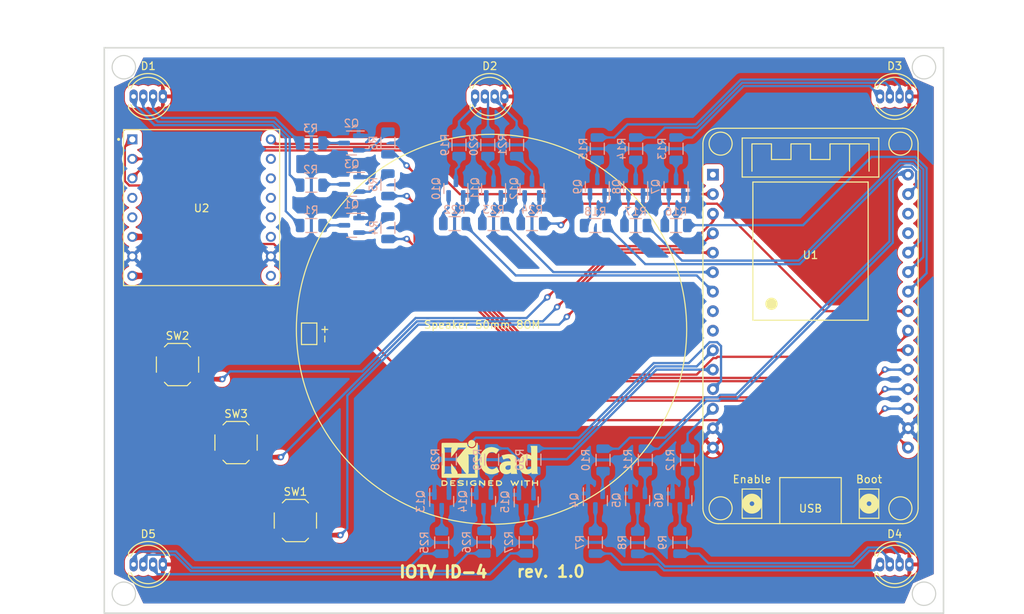
<source format=kicad_pcb>
(kicad_pcb (version 20221018) (generator pcbnew)
  (title_block (title "IOTV_id4") (date "2023-07-26") (rev "1") (company "Вербкин М.С."))
  (layers (0 "F.Cu" signal) (31 "B.Cu" signal) (34 "B.Paste" user) (35 "F.Paste" user) (36 "B.SilkS" user "B.Silkscreen") (37 "F.SilkS" user "F.Silkscreen") (38 "B.Mask" user) (39 "F.Mask" user) (44 "Edge.Cuts" user))
  (net 0 "")
  (net 1 "VCC_5")
  (net 2 "Net-(D1-RK)")
  (net 3 "Net-(D1-GK)")
  (net 4 "Net-(D1-BK)")
  (net 5 "Net-(D2-RK)")
  (net 6 "Net-(D2-GK)")
  (net 7 "Net-(D2-BK)")
  (net 8 "Net-(D3-RK)")
  (net 9 "Net-(D3-GK)")
  (net 10 "Net-(D3-BK)")
  (net 11 "Net-(D4-RK)")
  (net 12 "Net-(D4-GK)")
  (net 13 "Net-(D4-BK)")
  (net 14 "GND")
  (net 15 "Net-(Q1-B)")
  (net 16 "Net-(Q1-C)")
  (net 17 "Net-(Q2-B)")
  (net 18 "Net-(Q2-C)")
  (net 19 "Net-(Q3-B)")
  (net 20 "Net-(Q3-C)")
  (net 21 "Net-(Q4-B)")
  (net 22 "Net-(Q4-C)")
  (net 23 "Net-(Q5-B)")
  (net 24 "Net-(Q5-C)")
  (net 25 "Net-(Q6-B)")
  (net 26 "Net-(Q6-C)")
  (net 27 "Net-(Q7-B)")
  (net 28 "Net-(Q7-C)")
  (net 29 "Net-(Q8-B)")
  (net 30 "Net-(Q8-C)")
  (net 31 "Net-(Q9-B)")
  (net 32 "Net-(Q9-C)")
  (net 33 "Net-(Q10-B)")
  (net 34 "Net-(Q10-C)")
  (net 35 "Net-(Q11-B)")
  (net 36 "Net-(Q11-C)")
  (net 37 "Net-(Q12-B)")
  (net 38 "Net-(Q12-C)")
  (net 39 "Net-(Q13-B)")
  (net 40 "Net-(Q13-C)")
  (net 41 "Net-(Q14-B)")
  (net 42 "Net-(Q14-C)")
  (net 43 "Net-(Q15-B)")
  (net 44 "Net-(Q15-C)")
  (net 45 "GPIO_15")
  (net 46 "GPIO_2")
  (net 47 "GPIO_4")
  (net 48 "GPIO_33")
  (net 49 "GPIO_32")
  (net 50 "GPIO_5")
  (net 51 "GPIO_18")
  (net 52 "GPIO_19")
  (net 53 "GPIO_21")
  (net 54 "GPIO_22")
  (net 55 "GPIO_23")
  (net 56 "GPIO_13")
  (net 57 "GPIO_12")
  (net 58 "GPIO_14")
  (net 59 "GPIO_27")
  (net 60 "GPIO_35")
  (net 61 "GPIO_39")
  (net 62 "GPIO_34")
  (net 64 "GPIO_36")
  (net 67 "VCC_3.3")
  (net 68 "GPIO_16")
  (net 69 "GPIO_17")
  (net 74 "Net-(U2-SPK1)")
  (net 75 "Net-(U2-SPK2)")
  (net 82 "Net-(D5-RK)")
  (net 83 "Net-(D5-GK)")
  (net 84 "Net-(D5-BK)")
  (footprint "Button_Switch_SMD:SW_SPST_TL3342" (layer "F.Cu") (at 141.707 114.93)
    (fp_text reference "SW1")
    (fp_text value "SW_Push")
  )
  (footprint "LED_THT:LED_D5.0mm-4_RGB" (layer "F.Cu") (at 120.65 59.69)
    (fp_text reference "D1")
    (fp_text value "LED_RGBA")
  )
  (footprint "LED_THT:LED_D5.0mm-4_RGB" (layer "F.Cu") (at 120.65 120.65)
    (fp_text reference "D5")
    (fp_text value "LED_RGBA")
  )
  (footprint "LED_THT:LED_D5.0mm-4_RGB" (layer "F.Cu") (at 217.805 120.65)
    (fp_text reference "D4")
    (fp_text value "LED_RGBA")
  )
  (footprint "LED_THT:LED_D5.0mm-4_RGB" (layer "F.Cu") (at 217.805 59.69)
    (fp_text reference "D3")
    (fp_text value "LED_RGBA")
  )
  (footprint "Jumper:SolderJumper-2_P1.3mm_Open_Pad1.0x1.5mm" (layer "F.Cu") (at 143.5 90.6 -90)
    (fp_text reference "dynamic1" hide)
    (fp_text value "Speaker")
  )
  (footprint "Button_Switch_SMD:SW_SPST_TL3342" (layer "F.Cu") (at 126.365 94.615)
    (fp_text reference "SW2")
    (fp_text value "SW_Push")
  )
  (footprint "import:MODULE_DFR0299" (layer "F.Cu") (at 129.5 74.168)
    (fp_text reference "U2")
    (fp_text value "DFR0299")
  )
  (footprint "kicad:esp32_devkit_v1_doit" (layer "F.Cu") (at 208.75 69.8758)
    (fp_text reference "U1")
    (fp_text value "ESP32_DevKit_V1_DOIT")
  )
  (footprint "Symbol:KiCad-Logo2_5mm_SilkScreen" (layer "F.Cu") (at 167.005 107.4166)
    (fp_text reference "REF**" hide)
    (fp_text value "KiCad-Logo2_5mm_SilkScreen" hide)
  )
  (footprint "Button_Switch_SMD:SW_SPST_TL3342" (layer "F.Cu") (at 133.985 104.775)
    (fp_text reference "SW3")
    (fp_text value "SW_Push")
  )
  (footprint "LED_THT:LED_D5.0mm-4_RGB" (layer "F.Cu") (at 165.1 59.69)
    (fp_text reference "D2")
    (fp_text value "LED_RGBA")
  )
  (footprint "Package_TO_SOT_SMD:SOT-23" (layer "B.Cu") (at 180.75 112.335 -90)
    (fp_text reference "Q4")
    (fp_text value "S8050")
  )
  (footprint "Resistor_SMD:R_1206_3216Metric" (layer "B.Cu") (at 153.75 71.1995 90)
    (fp_text reference "R5")
    (fp_text value "100")
  )
  (footprint "Resistor_SMD:R_1206_3216Metric" (layer "B.Cu") (at 180.75 76.5 180)
    (fp_text reference "R18")
    (fp_text value "100")
  )
  (footprint "Resistor_SMD:R_1206_3216Metric" (layer "B.Cu") (at 170.5 66 -90)
    (fp_text reference "R21")
    (fp_text value "100")
  )
  (footprint "Package_TO_SOT_SMD:SOT-23" (layer "B.Cu") (at 191.25 71.4375 90)
    (fp_text reference "Q7")
    (fp_text value "S8050")
  )
  (footprint "Resistor_SMD:R_1206_3216Metric" (layer "B.Cu") (at 167.5 76.25 180)
    (fp_text reference "R23")
    (fp_text value "100")
  )
  (footprint "Resistor_SMD:R_1206_3216Metric" (layer "B.Cu") (at 171.75 117.75 90)
    (fp_text reference "R27")
    (fp_text value "100")
  )
  (footprint "Resistor_SMD:R_1206_3216Metric" (layer "B.Cu") (at 191.25 66.5 -90)
    (fp_text reference "R13")
    (fp_text value "150")
  )
  (footprint "Package_TO_SOT_SMD:SOT-23" (layer "B.Cu") (at 162.5972 71.6875 90)
    (fp_text reference "Q10")
    (fp_text value "S8050")
  )
  (footprint "Resistor_SMD:R_1206_3216Metric" (layer "B.Cu") (at 153.75 65.75 90)
    (fp_text reference "R6")
    (fp_text value "100")
  )
  (footprint "Resistor_SMD:R_1206_3216Metric" (layer "B.Cu") (at 166.25 117.75 90)
    (fp_text reference "R26")
    (fp_text value "330")
  )
  (footprint "Resistor_SMD:R_1206_3216Metric" (layer "B.Cu") (at 162.425 76.25 180)
    (fp_text reference "R22")
    (fp_text value "100")
  )
  (footprint "Package_TO_SOT_SMD:SOT-23" (layer "B.Cu") (at 181 71.4375 90)
    (fp_text reference "Q9")
    (fp_text value "S8050")
  )
  (footprint "Package_TO_SOT_SMD:SOT-23" (layer "B.Cu") (at 171.75 112.5 -90)
    (fp_text reference "Q15")
    (fp_text value "S8050")
  )
  (footprint "Resistor_SMD:R_1206_3216Metric" (layer "B.Cu") (at 143.7875 65.75)
    (fp_text reference "R3")
    (fp_text value "100")
  )
  (footprint "Resistor_SMD:R_1206_3216Metric" (layer "B.Cu") (at 186 66.5 -90)
    (fp_text reference "R14")
    (fp_text value "330")
  )
  (footprint "Resistor_SMD:R_1206_3216Metric" (layer "B.Cu") (at 186 76.5 180)
    (fp_text reference "R17")
    (fp_text value "100")
  )
  (footprint "Resistor_SMD:R_1206_3216Metric" (layer "B.Cu") (at 172.5 76.25 180)
    (fp_text reference "R24")
    (fp_text value "100")
  )
  (footprint "Package_TO_SOT_SMD:SOT-23" (layer "B.Cu") (at 149.038 71.138 180)
    (fp_text reference "Q3")
    (fp_text value "S8050")
  )
  (footprint "Package_TO_SOT_SMD:SOT-23" (layer "B.Cu") (at 186 71.4375 90)
    (fp_text reference "Q8")
    (fp_text value "S8050")
  )
  (footprint "Resistor_SMD:R_1206_3216Metric" (layer "B.Cu") (at 160.75 117.7875 90)
    (fp_text reference "R25")
    (fp_text value "150")
  )
  (footprint "Resistor_SMD:R_1206_3216Metric" (layer "B.Cu") (at 143.7875 76.5)
    (fp_text reference "R1")
    (fp_text value "150")
  )
  (footprint "Resistor_SMD:R_1206_3216Metric" (layer "B.Cu") (at 181 66.5 -90)
    (fp_text reference "R15")
    (fp_text value "100")
  )
  (footprint "Resistor_SMD:R_1206_3216Metric" (layer "B.Cu") (at 172.75 107 -90)
    (fp_text reference "R30")
    (fp_text value "100")
  )
  (footprint "Resistor_SMD:R_1206_3216Metric" (layer "B.Cu") (at 192.75 107.0375 -90)
    (fp_text reference "R12")
    (fp_text value "100")
  )
  (footprint "Resistor_SMD:R_1206_3216Metric" (layer "B.Cu") (at 143.7875 71.25)
    (fp_text reference "R2")
    (fp_text value "330")
  )
  (footprint "Resistor_SMD:R_1206_3216Metric" (layer "B.Cu") (at 181.75 107.0375 -90)
    (fp_text reference "R10")
    (fp_text value "100")
  )
  (footprint "Resistor_SMD:R_1206_3216Metric" (layer "B.Cu") (at 166.75 66 -90)
    (fp_text reference "R20")
    (fp_text value "330")
  )
  (footprint "Package_TO_SOT_SMD:SOT-23" (layer "B.Cu") (at 191.75 112.335 -90)
    (fp_text reference "Q6")
    (fp_text value "S8050")
  )
  (footprint "Resistor_SMD:R_1206_3216Metric" (layer "B.Cu") (at 191.25 76.5 180)
    (fp_text reference "R16")
    (fp_text value "100")
  )
  (footprint "Resistor_SMD:R_1206_3216Metric" (layer "B.Cu") (at 186.25 117.81 90)
    (fp_text reference "R8")
    (fp_text value "330")
  )
  (footprint "Resistor_SMD:R_1206_3216Metric" (layer "B.Cu") (at 153.75 76.7875 90)
    (fp_text reference "R4")
    (fp_text value "100")
  )
  (footprint "Resistor_SMD:R_1206_3216Metric" (layer "B.Cu") (at 161.75 106.9625 -90)
    (fp_text reference "R28")
    (fp_text value "100")
  )
  (footprint "Resistor_SMD:R_1206_3216Metric" (layer "B.Cu") (at 180.75 117.7725 90)
    (fp_text reference "R7")
    (fp_text value "150")
  )
  (footprint "Package_TO_SOT_SMD:SOT-23" (layer "B.Cu") (at 166.2 112.4375 -90)
    (fp_text reference "Q14")
    (fp_text value "S8050")
  )
  (footprint "Resistor_SMD:R_1206_3216Metric" (layer "B.Cu") (at 187.25 107.0375 -90)
    (fp_text reference "R11")
    (fp_text value "100")
  )
  (footprint "Package_TO_SOT_SMD:SOT-23" (layer "B.Cu") (at 167.5 71.6875 90)
    (fp_text reference "Q11")
    (fp_text value "S8050")
  )
  (footprint "Package_TO_SOT_SMD:SOT-23" (layer "B.Cu") (at 186.25 112.335 -90)
    (fp_text reference "Q5")
    (fp_text value "S8050")
  )
  (footprint "Resistor_SMD:R_1206_3216Metric" (layer "B.Cu") (at 163 66 -90)
    (fp_text reference "R19")
    (fp_text value "150")
  )
  (footprint "Package_TO_SOT_SMD:SOT-23" (layer "B.Cu") (at 160.75 112.4375 -90)
    (fp_text reference "Q13")
    (fp_text value "S8050")
  )
  (footprint "Package_TO_SOT_SMD:SOT-23" (layer "B.Cu") (at 149.038 76.472 180)
    (fp_text reference "Q1")
    (fp_text value "S8050")
  )
  (footprint "Resistor_SMD:R_1206_3216Metric" (layer "B.Cu") (at 167.25 107 -90)
    (fp_text reference "R29")
    (fp_text value "100")
  )
  (footprint "Resistor_SMD:R_1206_3216Metric" (layer "B.Cu") (at 191.75 117.7875 90)
    (fp_text reference "R9")
    (fp_text value "100")
  )
  (footprint "Package_TO_SOT_SMD:SOT-23" (layer "B.Cu") (at 172.5 71.6875 90)
    (fp_text reference "Q12")
    (fp_text value "S8050")
  )
  (footprint "Package_TO_SOT_SMD:SOT-23" (layer "B.Cu") (at 149 65.75 180)
    (fp_text reference "Q2")
    (fp_text value "S8050")
  )
  (gr_circle (center 167.2336 90.0176) (end 192.6336 90.0176) (stroke (width 0.15)) (fill none) (layer "F.SilkS"))
  (gr_circle (center 119.38 55.88) (end 120.904 55.88) (stroke (width 0.15)) (fill none) (layer "Edge.Cuts"))
  (gr_circle (center 223.52 124.46) (end 225.044 124.46) (stroke (width 0.15)) (fill none) (layer "Edge.Cuts"))
  (gr_circle (center 119.38 124.46) (end 120.904 124.46) (stroke (width 0.15)) (fill none) (layer "Edge.Cuts"))
  (gr_rect (start 116.84 53.34) (end 226.06 127) (stroke (width 0.2)) (fill none) (layer "Edge.Cuts"))
  (gr_circle (center 223.52 55.88) (end 225.044 55.88) (stroke (width 0.15)) (fill none) (layer "Edge.Cuts"))
  (gr_text "-+" (at 146.05 91.9988 90) (layer "F.SilkS") (effects (font (size 1 1)) (justify left bottom)))
  (gr_text "IOTV ID-4" (at 160.9598 122.5042) (layer "F.SilkS") (effects (font (size 1.5 1.5) (thickness 0.375) bold) (justify bottom)))
  (gr_text "Speaker 50mm 8OM" (at 158.3436 90.0176) (layer "F.SilkS") (effects (font (size 1 1)) (justify left bottom)))
  (gr_text "rev. 1.0" (at 170.3578 122.4534) (layer "F.SilkS") (effects (font (size 1.5 1.5) (thickness 0.3) bold) (justify left bottom)))
  (segment (start 140.462 65.153235) (end 140.462 74.637) (width 0.3) (layer "B.Cu") (net 2))
  (segment (start 123.37798 63.417) (end 138.725765 63.417) (width 0.3) (layer "B.Cu") (net 2))
  (segment (start 120.65 60.68902) (end 123.37798 63.417) (width 0.3) (layer "B.Cu") (net 2))
  (segment (start 120.65 59.69) (end 120.65 60.68902) (width 0.3) (layer "B.Cu") (net 2))
  (segment (start 140.462 74.637) (end 142.325 76.5) (width 0.3) (layer "B.Cu") (net 2))
  (segment (start 138.725765 63.417) (end 140.462 65.153235) (width 0.3) (layer "B.Cu") (net 2))
  (segment (start 138.901805 62.992) (end 140.97 65.060195) (width 0.3) (layer "B.Cu") (net 3))
  (segment (start 123.825 62.992) (end 138.901805 62.992) (width 0.3) (layer "B.Cu") (net 3))
  (segment (start 140.97 65.060195) (end 140.97 69.895) (width 0.3) (layer "B.Cu") (net 3))
  (segment (start 121.92 59.69) (end 121.92 61.087) (width 0.3) (layer "B.Cu") (net 3))
  (segment (start 140.97 69.895) (end 142.325 71.25) (width 0.3) (layer "B.Cu") (net 3))
  (segment (start 121.92 61.087) (end 123.825 62.992) (width 0.3) (layer "B.Cu") (net 3))
  (segment (start 123.19 59.69) (end 123.19 61.341) (width 0.3) (layer "B.Cu") (net 4))
  (segment (start 139.059 62.484) (end 142.325 65.75) (width 0.3) (layer "B.Cu") (net 4))
  (segment (start 123.19 61.341) (end 124.333 62.484) (width 0.3) (layer "B.Cu") (net 4))
  (segment (start 124.333 62.484) (end 139.059 62.484) (width 0.3) (layer "B.Cu") (net 4))
  (segment (start 163 64.5375) (end 163 62.9584) (width 0.3) (layer "B.Cu") (net 5))
  (segment (start 163 62.9584) (end 165.1 60.8584) (width 0.3) (layer "B.Cu") (net 5))
  (segment (start 165.1 60.8584) (end 165.1 59.69) (width 0.3) (layer "B.Cu") (net 5))
  (segment (start 166.7764 64.5111) (end 166.7764 60.0964) (width 0.3) (layer "B.Cu") (net 6))
  (segment (start 166.7764 60.0964) (end 166.37 59.69) (width 0.3) (layer "B.Cu") (net 6))
  (segment (start 166.75 64.5375) (end 166.7764 64.5111) (width 0.3) (layer "B.Cu") (net 6))
  (segment (start 167.64 60.0456) (end 167.64 59.69) (width 0.3) (layer "B.Cu") (net 7))
  (segment (start 170.5 64.5375) (end 170.5 62.9056) (width 0.3) (layer "B.Cu") (net 7))
  (segment (start 170.5 62.9056) (end 167.64 60.0456) (width 0.3) (layer "B.Cu") (net 7))
  (segment (start 217.805 59.69) (end 216.452 58.337) (width 0.3) (layer "B.Cu") (net 8))
  (segment (start 193.3313 65.0375) (end 191.25 65.0375) (width 0.3) (layer "B.Cu") (net 8))
  (segment (start 200.0318 58.337) (end 193.3313 65.0375) (width 0.3) (layer "B.Cu") (net 8))
  (segment (start 216.452 58.337) (end 200.0318 58.337) (width 0.3) (layer "B.Cu") (net 8))
  (segment (start 219.075 58.507) (end 218.48 57.912) (width 0.3) (layer "B.Cu") (net 9))
  (segment (start 188.5053 65.0375) (end 186 65.0375) (width 0.3) (layer "B.Cu") (net 9))
  (segment (start 194.01376 63.754) (end 189.7888 63.754) (width 0.3) (layer "B.Cu") (net 9))
  (segment (start 218.48 57.912) (end 199.85576 57.912) (width 0.3) (layer "B.Cu") (net 9))
  (segment (start 219.075 59.69) (end 219.075 58.507) (width 0.3) (layer "B.Cu") (net 9))
  (segment (start 189.7888 63.754) (end 188.5053 65.0375) (width 0.3) (layer "B.Cu") (net 9))
  (segment (start 199.85576 57.912) (end 194.01376 63.754) (width 0.3) (layer "B.Cu") (net 9))
  (segment (start 199.67972 57.487) (end 219.539 57.487) (width 0.3) (layer "B.Cu") (net 10))
  (segment (start 183.2221 65.0375) (end 184.9306 63.329) (width 0.3) (layer "B.Cu") (net 10))
  (segment (start 184.9306 63.329) (end 193.83772 63.329) (width 0.3) (layer "B.Cu") (net 10))
  (segment (start 220.345 58.293) (end 220.345 59.69) (width 0.3) (layer "B.Cu") (net 10))
  (segment (start 181 65.0375) (end 183.2221 65.0375) (width 0.3) (layer "B.Cu") (net 10))
  (segment (start 193.83772 63.329) (end 199.67972 57.487) (width 0.3) (layer "B.Cu") (net 10))
  (segment (start 219.539 57.487) (end 220.345 58.293) (width 0.3) (layer "B.Cu") (net 10))
  (segment (start 189.69576 121.412) (end 188.93376 120.65) (width 0.3) (layer "B.Cu") (net 11))
  (segment (start 217.805 120.65) (end 217.043 121.412) (width 0.3) (layer "B.Cu") (net 11))
  (segment (start 184.2008 120.65) (end 182.7858 119.235) (width 0.3) (layer "B.Cu") (net 11))
  (segment (start 217.043 121.412) (end 189.69576 121.412) (width 0.3) (layer "B.Cu") (net 11))
  (segment (start 188.93376 120.65) (end 184.2008 120.65) (width 0.3) (layer "B.Cu") (net 11))
  (segment (start 182.7858 119.235) (end 180.75 119.235) (width 0.3) (layer "B.Cu") (net 11))
  (segment (start 216.408 118.872) (end 214.376 120.904) (width 0.3) (layer "B.Cu") (net 12))
  (segment (start 214.376 120.904) (end 189.7888 120.904) (width 0.3) (layer "B.Cu") (net 12))
  (segment (start 188.1573 119.2725) (end 186.25 119.2725) (width 0.3) (layer "B.Cu") (net 12))
  (segment (start 219.075 120.015) (end 217.932 118.872) (width 0.3) (layer "B.Cu") (net 12))
  (segment (start 219.075 120.65) (end 219.075 120.015) (width 0.3) (layer "B.Cu") (net 12))
  (segment (start 189.7888 120.904) (end 188.1573 119.2725) (width 0.3) (layer "B.Cu") (net 12))
  (segment (start 217.932 118.872) (end 216.408 118.872) (width 0.3) (layer "B.Cu") (net 12))
  (segment (start 216.23196 118.447) (end 219.285 118.447) (width 0.3) (layer "B.Cu") (net 13))
  (segment (start 219.285 118.447) (end 220.345 119.507) (width 0.3) (layer "B.Cu") (net 13))
  (segment (start 194.2308 119.25) (end 195.4598 120.479) (width 0.3) (layer "B.Cu") (net 13))
  (segment (start 191.75 119.25) (end 194.2308 119.25) (width 0.3) (layer "B.Cu") (net 13))
  (segment (start 220.345 119.507) (end 220.345 120.65) (width 0.3) (layer "B.Cu") (net 13))
  (segment (start 214.19996 120.479) (end 216.23196 118.447) (width 0.3) (layer "B.Cu") (net 13))
  (segment (start 195.4598 120.479) (end 214.19996 120.479) (width 0.3) (layer "B.Cu") (net 13))
  (segment (start 149.9755 77.422) (end 151.653 77.422) (width 0.3) (layer "B.Cu") (net 15))
  (segment (start 151.653 77.422) (end 153.75 75.325) (width 0.3) (layer "B.Cu") (net 15))
  (segment (start 148.1005 76.472) (end 145.278 76.472) (width 0.3) (layer "B.Cu") (net 16))
  (segment (start 145.278 76.472) (end 145.25 76.5) (width 0.3) (layer "B.Cu") (net 16))
  (segment (start 149.9375 66.7) (end 151.3375 66.7) (width 0.3) (layer "B.Cu") (net 17))
  (segment (start 151.3375 66.7) (end 153.75 64.2875) (width 0.3) (layer "B.Cu") (net 17))
  (segment (start 145.25 65.75) (end 148.0625 65.75) (width 0.3) (layer "B.Cu") (net 18))
  (segment (start 151.399 72.088) (end 153.75 69.737) (width 0.3) (layer "B.Cu") (net 19))
  (segment (start 149.9755 72.088) (end 151.399 72.088) (width 0.3) (layer "B.Cu") (net 19))
  (segment (start 148.1005 71.138) (end 145.362 71.138) (width 0.3) (layer "B.Cu") (net 20))
  (segment (start 145.362 71.138) (end 145.25 71.25) (width 0.3) (layer "B.Cu") (net 20))
  (segment (start 181.7 108.55) (end 181.75 108.5) (width 0.3) (layer "B.Cu") (net 21))
  (segment (start 181.7 111.3975) (end 181.7 108.55) (width 0.3) (layer "B.Cu") (net 21))
  (segment (start 180.75 116.31) (end 180.75 113.2725) (width 0.3) (layer "B.Cu") (net 22))
  (segment (start 187.2 111.3975) (end 187.2 108.55) (width 0.3) (layer "B.Cu") (net 23))
  (segment (start 187.2 108.55) (end 187.25 108.5) (width 0.3) (layer "B.Cu") (net 23))
  (segment (start 186.25 116.3475) (end 186.25 113.2725) (width 0.3) (layer "B.Cu") (net 24))
  (segment (start 192.7 108.55) (end 192.75 108.5) (width 0.3) (layer "B.Cu") (net 25))
  (segment (start 192.7 111.3975) (end 192.7 108.55) (width 0.3) (layer "B.Cu") (net 25))
  (segment (start 191.75 116.325) (end 191.75 113.2725) (width 0.3) (layer "B.Cu") (net 26))
  (segment (start 189.7875 74.6773) (end 190.3 74.1648) (width 0.3) (layer "B.Cu") (net 27))
  (segment (start 189.7875 76.5) (end 189.7875 74.6773) (width 0.3) (layer "B.Cu") (net 27))
  (segment (start 190.3 74.1648) (end 190.3 72.375) (width 0.3) (layer "B.Cu") (net 27))
  (segment (start 191.25 70.5) (end 191.25 67.9625) (width 0.3) (layer "B.Cu") (net 28))
  (segment (start 185.05 74.2044) (end 185.05 72.375) (width 0.3) (layer "B.Cu") (net 29))
  (segment (start 184.5375 76.5) (end 184.5375 74.7457) (width 0.3) (layer "B.Cu") (net 29))
  (segment (start 185.0644 74.2188) (end 185.05 74.2044) (width 0.3) (layer "B.Cu") (net 29))
  (segment (start 184.5375 74.7457) (end 185.0644 74.2188) (width 0.3) (layer "B.Cu") (net 29))
  (segment (start 186 70.5) (end 186 67.9625) (width 0.3) (layer "B.Cu") (net 30))
  (segment (start 179.2875 76.5) (end 180.05 75.7375) (width 0.3) (layer "B.Cu") (net 31))
  (segment (start 180.05 75.7375) (end 180.05 72.375) (width 0.3) (layer "B.Cu") (net 31))
  (segment (start 181 70.5) (end 181 67.9625) (width 0.3) (layer "B.Cu") (net 32))
  (segment (start 160.9625 74.8511) (end 161.6472 74.1664) (width 0.3) (layer "B.Cu") (net 33))
  (segment (start 160.9625 76.25) (end 160.9625 74.8511) (width 0.3) (layer "B.Cu") (net 33))
  (segment (start 161.6472 74.1664) (end 161.6472 72.625) (width 0.3) (layer "B.Cu") (net 33))
  (segment (start 162.5972 69.2032) (end 162.5972 70.75) (width 0.3) (layer "B.Cu") (net 34))
  (segment (start 163 68.8004) (end 162.5972 69.2032) (width 0.3) (layer "B.Cu") (net 34))
  (segment (start 163 67.4625) (end 163 68.8004) (width 0.3) (layer "B.Cu") (net 34))
  (segment (start 166.0375 74.7037) (end 166.55 74.1912) (width 0.3) (layer "B.Cu") (net 35))
  (segment (start 166.55 74.1912) (end 166.55 72.625) (width 0.3) (layer "B.Cu") (net 35))
  (segment (start 166.0375 76.25) (end 166.0375 74.7037) (width 0.3) (layer "B.Cu") (net 35))
  (segment (start 166.75 68.5536) (end 167.5 69.3036) (width 0.3) (layer "B.Cu") (net 36))
  (segment (start 167.5 69.3036) (end 167.5 70.75) (width 0.3) (layer "B.Cu") (net 36))
  (segment (start 166.75 67.4625) (end 166.75 68.5536) (width 0.3) (layer "B.Cu") (net 36))
  (segment (start 171.55 74.0648) (end 171.55 72.625) (width 0.3) (layer "B.Cu") (net 37))
  (segment (start 171.5516 74.0664) (end 171.55 74.0648) (width 0.3) (layer "B.Cu") (net 37))
  (segment (start 171.0375 74.5805) (end 171.5516 74.0664) (width 0.3) (layer "B.Cu") (net 37))
  (segment (start 171.0375 76.25) (end 171.0375 74.5805) (width 0.3) (layer "B.Cu") (net 37))
  (segment (start 172.5 69.4625) (end 170.5 67.4625) (width 0.3) (layer "B.Cu") (net 38))
  (segment (start 172.5 70.75) (end 172.5 69.4625) (width 0.3) (layer "B.Cu") (net 38))
  (segment (start 161.7 111.5) (end 161.7 108.475) (width 0.6) (layer "B.Cu") (net 39))
  (segment (start 161.7 108.475) (end 161.75 108.425) (width 0.6) (layer "B.Cu") (net 39))
  (segment (start 160.75 116.325) (end 160.75 113.375) (width 0.3) (layer "B.Cu") (net 40))
  (segment (start 167.15 108.5625) (end 167.25 108.4625) (width 0.3) (layer "B.Cu") (net 41))
  (segment (start 167.15 111.5) (end 167.15 108.5625) (width 0.3) (layer "B.Cu") (net 41))
  (segment (start 166.25 113.425) (end 166.2 113.375) (width 0.3) (layer "B.Cu") (net 42))
  (segment (start 166.25 116.2875) (end 166.25 113.425) (width 0.3) (layer "B.Cu") (net 42))
  (segment (start 172.7 111.5625) (end 172.7 108.5125) (width 0.3) (layer "B.Cu") (net 43))
  (segment (start 172.7 108.5125) (end 172.75 108.4625) (width 0.3) (layer "B.Cu") (net 43))
  (segment (start 171.75 116.2875) (end 171.75 113.4375) (width 0.3) (layer "B.Cu") (net 44))
  (segment (start 213.8728 99.3188) (end 177.2968 99.3188) (width 0.3) (layer "F.Cu") (net 45))
  (segment (start 217.341 101.429) (end 215.983 101.429) (width 0.3) (layer "F.Cu") (net 45))
  (segment (start 218.44 100.33) (end 217.341 101.429) (width 0.3) (layer "F.Cu") (net 45))
  (segment (start 215.983 101.429) (end 213.8728 99.3188) (width 0.3) (layer "F.Cu") (net 45))
  (segment (start 177.2968 99.3188) (end 156.21 78.232) (width 0.3) (layer "F.Cu") (net 45))
  (via (at 218.44 100.33) (size 0.8) (drill 0.4) (layers "F.Cu" "B.Cu") (net 45))
  (via (at 156.21 78.232) (size 0.8) (drill 0.4) (layers "F.Cu" "B.Cu") (net 45))
  (segment (start 156.192 78.25) (end 156.21 78.232) (width 0.3) (layer "B.Cu") (net 45))
  (segment (start 153.75 78.25) (end 156.192 78.25) (width 0.3) (layer "B.Cu") (net 45))
  (segment (start 218.4658 100.3558) (end 218.44 100.33) (width 0.6) (layer "B.Cu") (net 45))
  (segment (start 221.45 100.3558) (end 218.4658 100.3558) (width 0.3) (layer "B.Cu") (net 45))
  (segment (start 218.44 97.79) (end 217.341 98.889) (width 0.3) (layer "F.Cu") (net 46))
  (segment (start 157.226 78.64696) (end 157.226 73.66) (width 0.3) (layer "F.Cu") (net 46))
  (segment (start 217.341 98.889) (end 177.46804 98.889) (width 0.3) (layer "F.Cu") (net 46))
  (segment (start 177.46804 98.889) (end 157.226 78.64696) (width 0.3) (layer "F.Cu") (net 46))
  (segment (start 157.226 73.66) (end 156.21 72.644) (width 0.3) (layer "F.Cu") (net 46))
  (via (at 218.44 97.79) (size 0.8) (drill 0.4) (layers "F.Cu" "B.Cu") (net 46))
  (via (at 156.21 72.644) (size 0.8) (drill 0.4) (layers "F.Cu" "B.Cu") (net 46))
  (segment (start 153.75 72.662) (end 156.192 72.662) (width 0.3) (layer "B.Cu") (net 46))
  (segment (start 221.45 97.8158) (end 218.4658 97.8158) (width 0.3) (layer "B.Cu") (net 46))
  (segment (start 218.4658 97.8158) (end 218.44 97.79) (width 0.6) (layer "B.Cu") (net 46))
  (segment (start 156.192 72.662) (end 156.21 72.644) (width 0.3) (layer "B.Cu") (net 46))
  (segment (start 216.916 96.774) (end 175.95408 96.774) (width 0.3) (layer "F.Cu") (net 47))
  (segment (start 218.44 95.25) (end 216.916 96.774) (width 0.3) (layer "F.Cu") (net 47))
  (segment (start 157.651 78.47092) (end 157.651 70.148) (width 0.3) (layer "F.Cu") (net 47))
  (segment (start 157.651 70.148) (end 156.1846 68.6816) (width 0.3) (layer "F.Cu") (net 47))
  (segment (start 175.95408 96.774) (end 157.651 78.47092) (width 0.3) (layer "F.Cu") (net 47))
  (via (at 156.1846 68.6816) (size 0.8) (drill 0.4) (layers "F.Cu" "B.Cu") (net 47))
  (via (at 218.44 95.25) (size 0.8) (drill 0.4) (layers "F.Cu" "B.Cu") (net 47))
  (segment (start 154.7155 67.2125) (end 156.1846 68.6816) (width 0.3) (layer "B.Cu") (net 47))
  (segment (start 218.44 95.25) (end 218.4658 95.2758) (width 0.6) (layer "B.Cu") (net 47))
  (segment (start 153.75 67.2125) (end 154.7155 67.2125) (width 0.3) (layer "B.Cu") (net 47))
  (segment (start 218.4658 95.2758) (end 221.45 95.2758) (width 0.3) (layer "B.Cu") (net 47))
  (segment (start 170.3768 83.0008) (end 193.935 83.0008) (width 0.3) (layer "B.Cu") (net 48))
  (segment (start 193.935 83.0008) (end 196.05 85.1158) (width 0.3) (layer "B.Cu") (net 48))
  (segment (start 163.8875 76.25) (end 163.8875 76.5115) (width 0.3) (layer "B.Cu") (net 48))
  (segment (start 163.8875 76.5115) (end 170.3768 83.0008) (width 0.3) (layer "B.Cu") (net 48))
  (segment (start 175.2883 82.5758) (end 196.05 82.5758) (width 0.3) (layer "B.Cu") (net 49))
  (segment (start 168.9625 76.25) (end 175.2883 82.5758) (width 0.3) (layer "B.Cu") (net 49))
  (segment (start 196.596 73.66) (end 210.5918 87.6558) (width 0.3) (layer "F.Cu") (net 50))
  (segment (start 210.5918 87.6558) (end 221.45 87.6558) (width 0.3) (layer "F.Cu") (net 50))
  (segment (start 176.276 76.454) (end 179.07 73.66) (width 0.3) (layer "F.Cu") (net 50))
  (segment (start 179.07 73.66) (end 196.596 73.66) (width 0.3) (layer "F.Cu") (net 50))
  (via (at 176.276 76.454) (size 0.8) (drill 0.4) (layers "F.Cu" "B.Cu") (net 50))
  (segment (start 176.072 76.25) (end 176.276 76.454) (width 0.3) (layer "B.Cu") (net 50))
  (segment (start 173.9625 76.25) (end 176.072 76.25) (width 0.3) (layer "B.Cu") (net 50))
  (segment (start 192.7125 76.5) (end 192.7537 76.4588) (width 0.3) (layer "B.Cu") (net 51))
  (segment (start 192.7537 76.4588) (end 207.7768 76.4588) (width 0.3) (layer "B.Cu") (net 51))
  (segment (start 223.862 69.01814) (end 223.862 82.7038) (width 0.3) (layer "B.Cu") (net 51))
  (segment (start 207.7768 76.4588) (end 216.6718 67.5638) (width 0.3) (layer "B.Cu") (net 51))
  (segment (start 223.862 82.7038) (end 221.45 85.1158) (width 0.3) (layer "B.Cu") (net 51))
  (segment (start 216.6718 67.5638) (end 222.40766 67.5638) (width 0.3) (layer "B.Cu") (net 51))
  (segment (start 222.40766 67.5638) (end 223.862 69.01814) (width 0.3) (layer "B.Cu") (net 51))
  (segment (start 220.27608 67.9888) (end 222.23162 67.9888) (width 0.3) (layer "B.Cu") (net 52))
  (segment (start 207.19208 81.0728) (end 220.27608 67.9888) (width 0.3) (layer "B.Cu") (net 52))
  (segment (start 223.437 80.5888) (end 221.45 82.5758) (width 0.3) (layer "B.Cu") (net 52))
  (segment (start 192.0353 81.0728) (end 207.19208 81.0728) (width 0.3) (layer "B.Cu") (net 52))
  (segment (start 187.4625 76.5) (end 192.0353 81.0728) (width 0.3) (layer "B.Cu") (net 52))
  (segment (start 222.23162 67.9888) (end 223.437 69.19418) (width 0.3) (layer "B.Cu") (net 52))
  (segment (start 223.437 69.19418) (end 223.437 80.5888) (width 0.3) (layer "B.Cu") (net 52))
  (segment (start 220.45212 68.4138) (end 222.05558 68.4138) (width 0.3) (layer "B.Cu") (net 53))
  (segment (start 187.2465 81.534) (end 207.33192 81.534) (width 0.3) (layer "B.Cu") (net 53))
  (segment (start 182.2125 76.5) (end 187.2465 81.534) (width 0.3) (layer "B.Cu") (net 53))
  (segment (start 222.05558 68.4138) (end 223.012 69.37022) (width 0.3) (layer "B.Cu") (net 53))
  (segment (start 223.012 69.37022) (end 223.012 78.4738) (width 0.3) (layer "B.Cu") (net 53))
  (segment (start 207.33192 81.534) (end 220.45212 68.4138) (width 0.3) (layer "B.Cu") (net 53))
  (segment (start 223.012 78.4738) (end 221.45 80.0358) (width 0.3) (layer "B.Cu") (net 53))
  (segment (start 219.031 78.56396) (end 219.031 70.43596) (width 0.3) (layer "B.Cu") (net 54))
  (segment (start 219.031 70.43596) (end 220.62816 68.8388) (width 0.3) (layer "B.Cu") (net 54))
  (segment (start 196.655581 98.8938) (end 196.997381 98.552) (width 0.3) (layer "B.Cu") (net 54))
  (segment (start 221.87954 68.8388) (end 222.487 69.44626) (width 0.3) (layer "B.Cu") (net 54))
  (segment (start 183.7818 105.575) (end 185.2168 104.14) (width 0.3) (layer "B.Cu") (net 54))
  (segment (start 189.79736 104.14) (end 195.04356 98.8938) (width 0.3) (layer "B.Cu") (net 54))
  (segment (start 196.997381 98.552) (end 199.04296 98.552) (width 0.3) (layer "B.Cu") (net 54))
  (segment (start 222.487 69.44626) (end 222.487 71.3788) (width 0.3) (layer "B.Cu") (net 54))
  (segment (start 181.75 105.575) (end 183.7818 105.575) (width 0.3) (layer "B.Cu") (net 54))
  (segment (start 222.487 71.3788) (end 221.45 72.4158) (width 0.3) (layer "B.Cu") (net 54))
  (segment (start 220.62816 68.8388) (end 221.87954 68.8388) (width 0.3) (layer "B.Cu") (net 54))
  (segment (start 195.04356 98.8938) (end 196.655581 98.8938) (width 0.3) (layer "B.Cu") (net 54))
  (segment (start 185.2168 104.14) (end 189.79736 104.14) (width 0.3) (layer "B.Cu") (net 54))
  (segment (start 199.04296 98.552) (end 219.031 78.56396) (width 0.3) (layer "B.Cu") (net 54))
  (segment (start 195.2196 99.3188) (end 196.831621 99.3188) (width 0.3) (layer "B.Cu") (net 55))
  (segment (start 199.136 99.06) (end 219.456 78.74) (width 0.3) (layer "B.Cu") (net 55))
  (segment (start 188.9634 105.575) (end 195.2196 99.3188) (width 0.3) (layer "B.Cu") (net 55))
  (segment (start 220.1922 69.8758) (end 221.45 69.8758) (width 0.3) (layer "B.Cu") (net 55))
  (segment (start 219.456 70.612) (end 220.1922 69.8758) (width 0.3) (layer "B.Cu") (net 55))
  (segment (start 187.25 105.575) (end 188.9634 105.575) (width 0.3) (layer "B.Cu") (net 55))
  (segment (start 197.090421 99.06) (end 199.136 99.06) (width 0.3) (layer "B.Cu") (net 55))
  (segment (start 196.831621 99.3188) (end 197.090421 99.06) (width 0.3) (layer "B.Cu") (net 55))
  (segment (start 219.456 78.74) (end 219.456 70.612) (width 0.3) (layer "B.Cu") (net 55))
  (segment (start 192.75 105.575) (end 192.75 103.6558) (width 0.3) (layer "B.Cu") (net 56))
  (segment (start 192.75 103.6558) (end 196.05 100.3558) (width 0.3) (layer "B.Cu") (net 56))
  (segment (start 165.2016 104.14) (end 178.62992 104.14) (width 0.3) (layer "B.Cu") (net 57))
  (segment (start 195.62046 91.6988) (end 196.6008 91.6988) (width 0.3) (layer "B.Cu") (net 57))
  (segment (start 163.8416 105.5) (end 165.2016 104.14) (width 0.3) (layer "B.Cu") (net 57))
  (segment (start 197.104 96.7618) (end 196.05 97.8158) (width 0.3) (layer "B.Cu") (net 57))
  (segment (start 197.104 92.202) (end 197.104 96.7618) (width 0.3) (layer "B.Cu") (net 57))
  (segment (start 188.344119 94.4258) (end 192.89346 94.4258) (width 0.3) (layer "B.Cu") (net 57))
  (segment (start 161.75 105.5) (end 163.8416 105.5) (width 0.3) (layer "B.Cu") (net 57))
  (segment (start 192.89346 94.4258) (end 195.62046 91.6988) (width 0.3) (layer "B.Cu") (net 57))
  (segment (start 178.62992 104.14) (end 188.344119 94.4258) (width 0.3) (layer "B.Cu") (net 57))
  (segment (start 196.6008 91.6988) (end 197.104 92.202) (width 0.3) (layer "B.Cu") (net 57))
  (segment (start 170.7388 106.934) (end 177.038 106.934) (width 0.3) (layer "B.Cu") (net 58))
  (segment (start 188.6962 95.2758) (end 196.05 95.2758) (width 0.3) (layer "B.Cu") (net 58))
  (segment (start 167.25 105.5375) (end 169.3423 105.5375) (width 0.3) (layer "B.Cu") (net 58))
  (segment (start 169.3423 105.5375) (end 170.7388 106.934) (width 0.3) (layer "B.Cu") (net 58))
  (segment (start 177.038 106.934) (end 188.6962 95.2758) (width 0.3) (layer "B.Cu") (net 58))
  (segment (start 177.83346 105.5375) (end 188.52016 94.8508) (width 0.3) (layer "B.Cu") (net 59))
  (segment (start 188.52016 94.8508) (end 193.935 94.8508) (width 0.3) (layer "B.Cu") (net 59))
  (segment (start 172.75 105.5375) (end 177.83346 105.5375) (width 0.3) (layer "B.Cu") (net 59))
  (segment (start 193.935 94.8508) (end 196.05 92.7358) (width 0.3) (layer "B.Cu") (net 59))
  (segment (start 144.857 116.83) (end 147.564 116.83) (width 0.6) (layer "F.Cu") (net 60))
  (segment (start 196.05 80.0358) (end 183.45524 80.0358) (width 0.3) (layer "F.Cu") (net 60))
  (segment (start 183.45524 80.0358) (end 178.435 85.05604) (width 0.3) (layer "F.Cu") (net 60))
  (segment (start 138.557 116.83) (end 144.857 116.83) (width 0.6) (layer "F.Cu") (net 60))
  (segment (start 147.564 116.83) (end 147.574 116.84) (width 0.6) (layer "F.Cu") (net 60))
  (segment (start 178.435 86.995) (end 177.038 88.392) (width 0.3) (layer "F.Cu") (net 60))
  (segment (start 178.435 85.05604) (end 178.435 86.995) (width 0.3) (layer "F.Cu") (net 60))
  (via (at 147.574 116.84) (size 0.8) (drill 0.4) (layers "F.Cu" "B.Cu") (net 60))
  (via (at 177.038 88.392) (size 0.8) (drill 0.4) (layers "F.Cu" "B.Cu") (net 60))
  (segment (start 157.70004 89.408) (end 148.463 98.64504) (width 0.3) (layer "B.Cu") (net 60))
  (segment (start 177.038 88.392) (end 176.022 89.408) (width 0.3) (layer "B.Cu") (net 60))
  (segment (start 148.463 98.64504) (end 148.463 115.951) (width 0.3) (layer "B.Cu") (net 60))
  (segment (start 176.022 89.408) (end 157.70004 89.408) (width 0.3) (layer "B.Cu") (net 60))
  (segment (start 148.463 115.951) (end 147.574 116.84) (width 0.3) (layer "B.Cu") (net 60))
  (segment (start 177.32596 84.963) (end 175.387 84.963) (width 0.3) (layer "F.Cu") (net 61))
  (segment (start 129.52 96.52) (end 129.515 96.515) (width 0.6) (layer "F.Cu") (net 61))
  (segment (start 196.05 74.9558) (end 196.05 75.984) (width 0.3) (layer "F.Cu") (net 61))
  (segment (start 183.10316 79.1858) (end 177.32596 84.963) (width 0.3) (layer "F.Cu") (net 61))
  (segment (start 123.215 96.515) (end 129.515 96.515) (width 0.6) (layer "F.Cu") (net 61))
  (segment (start 192.8482 79.1858) (end 183.10316 79.1858) (width 0.3) (layer "F.Cu") (net 61))
  (segment (start 196.05 75.984) (end 192.8482 79.1858) (width 0.3) (layer "F.Cu") (net 61))
  (segment (start 132.207 96.52) (end 129.52 96.52) (width 0.6) (layer "F.Cu") (net 61))
  (segment (start 175.387 84.963) (end 174.498 85.852) (width 0.3) (layer "F.Cu") (net 61))
  (via (at 132.207 96.52) (size 0.8) (drill 0.4) (layers "F.Cu" "B.Cu") (net 61))
  (via (at 174.498 85.852) (size 0.8) (drill 0.4) (layers "F.Cu" "B.Cu") (net 61))
  (segment (start 157.34796 88.558) (end 150.40196 95.504) (width 0.3) (layer "B.Cu") (net 61))
  (segment (start 150.40196 95.504) (end 133.223 95.504) (width 0.3) (layer "B.Cu") (net 61))
  (segment (start 133.223 95.504) (end 132.207 96.52) (width 0.3) (layer "B.Cu") (net 61))
  (segment (start 171.792 88.558) (end 157.34796 88.558) (width 0.3) (layer "B.Cu") (net 61))
  (segment (start 174.498 85.852) (end 171.792 88.558) (width 0.3) (layer "B.Cu") (net 61))
  (segment (start 139.827 106.68) (end 137.14 106.68) (width 0.6) (layer "F.Cu") (net 62))
  (segment (start 137.14 106.68) (end 137.135 106.675) (width 0.6) (layer "F.Cu") (net 62))
  (segment (start 130.835 106.675) (end 137.135 106.675) (width 0.6) (layer "F.Cu") (net 62))
  (segment (start 183.2792 79.6108) (end 175.768 87.122) (width 0.3) (layer "F.Cu") (net 62))
  (segment (start 193.935 79.6108) (end 183.2792 79.6108) (width 0.3) (layer "F.Cu") (net 62))
  (segment (start 196.05 77.4958) (end 193.935 79.6108) (width 0.3) (layer "F.Cu") (net 62))
  (via (at 175.768 87.122) (size 0.8) (drill 0.4) (layers "F.Cu" "B.Cu") (net 62))
  (via (at 139.827 106.68) (size 0.8) (drill 0.4) (layers "F.Cu" "B.Cu") (net 62))
  (segment (start 157.524 88.983) (end 139.827 106.68) (width 0.3) (layer "B.Cu") (net 62))
  (segment (start 175.768 87.122) (end 173.907 88.983) (width 0.3) (layer "B.Cu") (net 62))
  (segment (start 173.907 88.983) (end 157.524 88.983) (width 0.3) (layer "B.Cu") (net 62))
  (segment (start 156.841675 65.785) (end 157.735 66.678325) (width 0.3) (layer "F.Cu") (net 64))
  (segment (start 157.735 67.03188) (end 163.11892 72.4158) (width 0.3) (layer "F.Cu") (net 64))
  (segment (start 155.494323 65.869) (end 155.578323 65.785) (width 0.3) (layer "F.Cu") (net 64))
  (segment (start 155.578323 65.785) (end 156.841675 65.785) (width 0.3) (layer "F.Cu") (net 64))
  (segment (start 157.735 66.678325) (end 157.735 67.03188) (width 0.3) (layer "F.Cu") (net 64))
  (segment (start 163.11892 72.4158) (end 196.05 72.4158) (width 0.3) (layer "F.Cu") (net 64))
  (segment (start 138.517 65.278) (end 139.108 65.869) (width 0.3) (layer "F.Cu") (net 64))
  (segment (start 139.108 65.869) (end 155.494323 65.869) (width 0.3) (layer "F.Cu") (net 64))
  (segment (start 161.848805 101.854) (end 138.901805 78.907) (width 0.3) (layer "F.Cu") (net 67))
  (segment (start 138.901805 78.907) (end 132.755 78.907) (width 0.3) (layer "F.Cu") (net 67))
  (segment (start 132.755 78.907) (end 125.135 71.287) (width 0.3) (layer "F.Cu") (net 67))
  (segment (start 217.8682 101.854) (end 161.848805 101.854) (width 0.3) (layer "F.Cu") (net 67))
  (segment (start 120.098195 71.287) (end 119.507 70.695805) (width 0.3) (layer "F.Cu") (net 67))
  (segment (start 125.135 71.287) (end 120.098195 71.287) (width 0.3) (layer "F.Cu") (net 67))
  (segment (start 119.507 66.254) (end 120.483 65.278) (width 0.3) (layer "F.Cu") (net 67))
  (segment (start 221.45 105.4358) (end 217.8682 101.854) (width 0.3) (layer "F.Cu") (net 67))
  (segment (start 119.507 70.695805) (end 119.507 66.254) (width 0.3) (layer "F.Cu") (net 67))
  (segment (start 214.928 96.349) (end 217.253 94.024) (width 0.3) (layer "F.Cu") (net 68))
  (segment (start 219.89814 92.7358) (end 221.45 92.7358) (width 0.3) (layer "F.Cu") (net 68))
  (segment (start 120.483 70.271) (end 124.035 66.719) (width 0.3) (layer "F.Cu") (net 68))
  (segment (start 124.035 66.719) (end 155.846405 66.719) (width 0.3) (layer "F.Cu") (net 68))
  (segment (start 155.930405 66.635) (end 156.489595 66.635) (width 0.3) (layer "F.Cu") (net 68))
  (segment (start 176.13012 96.349) (end 214.928 96.349) (width 0.3) (layer "F.Cu") (net 68))
  (segment (start 155.846405 66.719) (end 155.930405 66.635) (width 0.3) (layer "F.Cu") (net 68))
  (segment (start 158.076 68.57496) (end 158.076 78.29488) (width 0.3) (layer "F.Cu") (net 68))
  (segment (start 156.885 67.030405) (end 156.885 67.38396) (width 0.3) (layer "F.Cu") (net 68))
  (segment (start 156.489595 66.635) (end 156.885 67.030405) (width 0.3) (layer "F.Cu") (net 68))
  (segment (start 120.483 70.358) (end 120.483 70.271) (width 0.3) (layer "F.Cu") (net 68))
  (segment (start 217.253 94.024) (end 218.609941 94.024) (width 0.3) (layer "F.Cu") (net 68))
  (segment (start 158.076 78.29488) (end 176.13012 96.349) (width 0.3) (layer "F.Cu") (net 68))
  (segment (start 218.609941 94.024) (end 219.89814 92.7358) (width 0.3) (layer "F.Cu") (net 68))
  (segment (start 156.885 67.38396) (end 158.076 68.57496) (width 0.3) (layer "F.Cu") (net 68))
  (segment (start 196.47954 93.7728) (end 196.65334 93.599) (width 0.3) (layer "F.Cu") (net 69))
  (segment (start 193.93526 95.924) (end 196.08646 93.7728) (width 0.3) (layer "F.Cu") (net 69))
  (segment (start 196.65334 93.599) (end 218.4339 93.599) (width 0.3) (layer "F.Cu") (net 69))
  (segment (start 123.85896 66.294) (end 155.670364 66.294) (width 0.3) (layer "F.Cu") (net 69))
  (segment (start 196.08646 93.7728) (end 196.47954 93.7728) (width 0.3) (layer "F.Cu") (net 69))
  (segment (start 158.501 68.39892) (end 158.501 78.11884) (width 0.3) (layer "F.Cu") (net 69))
  (segment (start 120.483 67.818) (end 122.33496 67.818) (width 0.3) (layer "F.Cu") (net 69))
  (segment (start 155.670364 66.294) (end 155.754364 66.21) (width 0.3) (layer "F.Cu") (net 69))
  (segment (start 176.30616 95.924) (end 193.93526 95.924) (width 0.3) (layer "F.Cu") (net 69))
  (segment (start 156.665635 66.21) (end 157.31 66.854365) (width 0.3) (layer "F.Cu") (net 69))
  (segment (start 122.33496 67.818) (end 123.85896 66.294) (width 0.3) (layer "F.Cu") (net 69))
  (segment (start 158.501 78.11884) (end 176.30616 95.924) (width 0.3) (layer "F.Cu") (net 69))
  (segment (start 221.45 90.5829) (end 221.45 90.1958) (width 0.3) (layer "F.Cu") (net 69))
  (segment (start 157.31 66.854365) (end 157.31 67.20792) (width 0.3) (layer "F.Cu") (net 69))
  (segment (start 218.4339 93.599) (end 221.45 90.5829) (width 0.3) (layer "F.Cu") (net 69))
  (segment (start 157.31 67.20792) (end 158.501 68.39892) (width 0.3) (layer "F.Cu") (net 69))
  (segment (start 155.754364 66.21) (end 156.665635 66.21) (width 0.3) (layer "F.Cu") (net 69))
  (segment (start 136.94 89.95) (end 124.968 77.978) (width 0.8) (layer "F.Cu") (net 74))
  (segment (start 124.968 77.978) (end 120.483 77.978) (width 0.8) (layer "F.Cu") (net 74))
  (segment (start 143.5 89.95) (end 136.94 89.95) (width 0.8) (layer "F.Cu") (net 74))
  (segment (start 143.5 91.25) (end 135.954 91.25) (width 0.8) (layer "F.Cu") (net 75))
  (segment (start 127.762 83.058) (end 120.483 83.058) (width 0.8) (layer "F.Cu") (net 75))
  (segment (start 135.954 91.25) (end 127.762 83.058) (width 0.8) (layer "F.Cu") (net 75))
  (segment (start 156.5012 121.07) (end 158.3212 119.25) (width 0.3) (layer "B.Cu") (net 82))
  (segment (start 121.412 118.955) (end 126.16004 118.955) (width 0.3) (layer "B.Cu") (net 82))
  (segment (start 128.27504 121.07) (end 156.5012 121.07) (width 0.3) (layer "B.Cu") (net 82))
  (segment (start 120.65 120.65) (end 120.65 119.717) (width 0.3) (layer "B.Cu") (net 82))
  (segment (start 120.65 119.717) (end 121.412 118.955) (width 0.3) (layer "B.Cu") (net 82))
  (segment (start 126.16004 118.955) (end 128.27504 121.07) (width 0.3) (layer "B.Cu") (net 82))
  (segment (start 158.3212 119.25) (end 160.75 119.25) (width 0.3) (layer "B.Cu") (net 82))
  (segment (start 128.099 121.495) (end 161.8674 121.495) (width 0.3) (layer "B.Cu") (net 83))
  (segment (start 121.92 119.888) (end 122.428 119.38) (width 0.3) (layer "B.Cu") (net 83))
  (segment (start 121.92 120.65) (end 121.92 119.888) (width 0.3) (layer "B.Cu") (net 83))
  (segment (start 125.984 119.38) (end 128.099 121.495) (width 0.3) (layer "B.Cu") (net 83))
  (segment (start 122.428 119.38) (end 125.984 119.38) (width 0.3) (layer "B.Cu") (net 83))
  (segment (start 164.1499 119.2125) (end 166.25 119.2125) (width 0.3) (layer "B.Cu") (net 83))
  (segment (start 161.8674 121.495) (end 164.1499 119.2125) (width 0.3) (layer "B.Cu") (net 83))
  (segment (start 123.19 120.65) (end 123.19 121.3405) (width 0.3) (layer "B.Cu") (net 84))
  (segment (start 123.19 121.3405) (end 123.7695 121.92) (width 0.3) (layer "B.Cu") (net 84))
  (segment (start 166.9796 121.92) (end 169.6871 119.2125) (width 0.3) (layer "B.Cu") (net 84))
  (segment (start 123.7695 121.92) (end 166.9796 121.92) (width 0.3) (layer "B.Cu") (net 84))
  (segment (start 169.6871 119.2125) (end 171.75 119.2125) (width 0.3) (layer "B.Cu") (net 84))
  (zone (net 1) (net_name "VCC_5") (layer "F.Cu") (name "VCC_5") (connect_pads (clearance 0.6)) (min_thickness 0.25) (fill yes (thermal_gap 0.5) (thermal_bridge_width 0.5))
    (polygon (pts (xy 118.11 121.92) (xy 118.11 58.42) (xy 120.7008 57.2008) (xy 121.92 54.61) (xy 220.98 54.61) (xy 222.123 57.277) (xy 224.79 58.42) (xy 224.79 121.92) (xy 222.0976 123.0884) (xy 220.98 125.73) (xy 121.92 125.73) (xy 120.7008 123.1392)))
  )
  (zone (net 0) (net_name "") (layer "B.Cu") (connect_pads (clearance 0)) (min_thickness 0.25)
    (keepout (tracks allowed) (vias allowed) (pads allowed) (copperpour not_allowed) (footprints allowed))
    (fill (thermal_gap 0.5) (thermal_bridge_width 0.5))
    (polygon (pts (xy 152.4 76.2508) (xy 152.9588 76.2508) (xy 152.9588 76.5048) (xy 152.4 76.5048)))
  )
  (zone (net 14) (net_name "GND") (layer "B.Cu") (name "GND") (priority 1) (connect_pads (clearance 0.7)) (min_thickness 0.25) (fill yes (thermal_gap 0.5) (thermal_bridge_width 0.5))
    (polygon (pts (xy 220.98 54.61) (xy 121.92 54.61) (xy 120.7008 57.2008) (xy 118.11 58.42) (xy 118.11 121.92) (xy 120.7008 123.1392) (xy 121.92 125.73) (xy 220.98 125.73) (xy 222.0976 123.0884) (xy 224.79 121.92) (xy 224.79 58.42) (xy 222.123 57.277)))
  )
)
</source>
